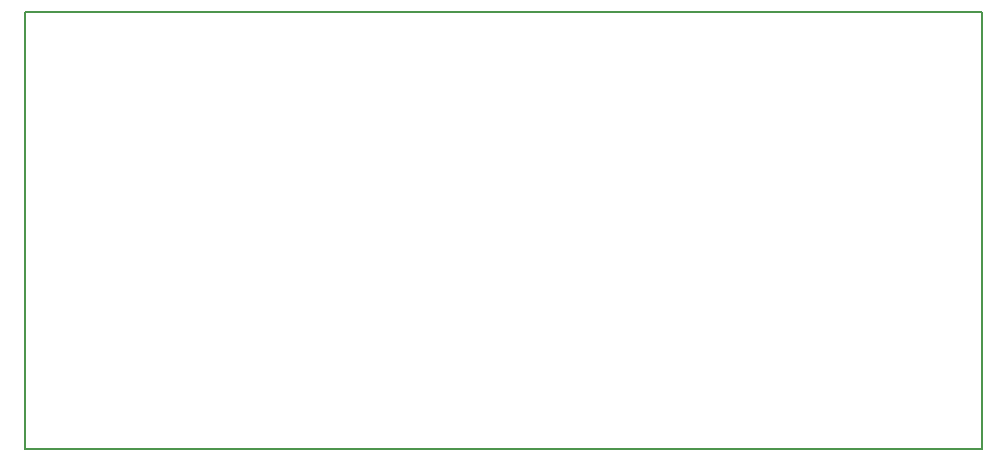
<source format=gbr>
G04 #@! TF.GenerationSoftware,KiCad,Pcbnew,5.0.0-rc2-dev-unknown-0f0d9af~63~ubuntu16.04.1*
G04 #@! TF.CreationDate,2018-05-08T16:55:26+02:00*
G04 #@! TF.ProjectId,display,646973706C61792E6B696361645F7063,rev?*
G04 #@! TF.SameCoordinates,Original*
G04 #@! TF.FileFunction,Profile,NP*
%FSLAX46Y46*%
G04 Gerber Fmt 4.6, Leading zero omitted, Abs format (unit mm)*
G04 Created by KiCad (PCBNEW 5.0.0-rc2-dev-unknown-0f0d9af~63~ubuntu16.04.1) date Tue May  8 16:55:26 2018*
%MOMM*%
%LPD*%
G01*
G04 APERTURE LIST*
%ADD10C,0.150000*%
G04 APERTURE END LIST*
D10*
X82000000Y-61000000D02*
X82000000Y-98000000D01*
X163000000Y-61000000D02*
X82000000Y-61000000D01*
X163000000Y-98000000D02*
X163000000Y-61000000D01*
X82000000Y-98000000D02*
X163000000Y-98000000D01*
M02*

</source>
